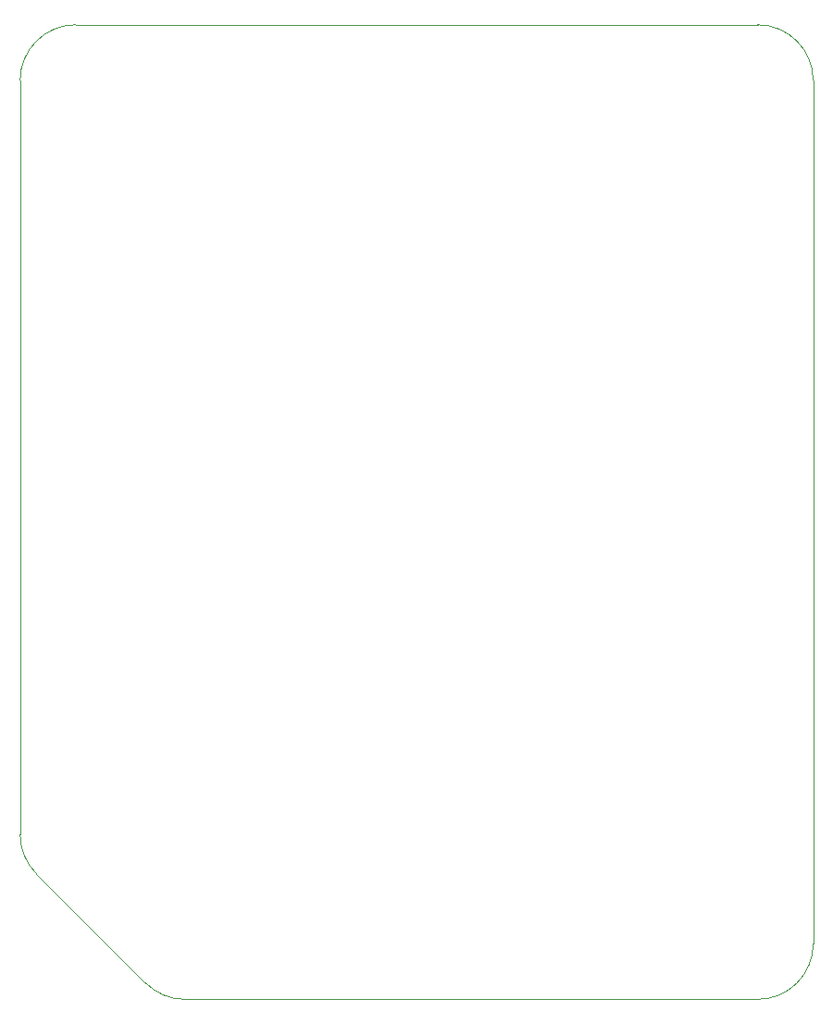
<source format=gbr>
G04 #@! TF.GenerationSoftware,KiCad,Pcbnew,(6.0.7)*
G04 #@! TF.CreationDate,2023-04-27T15:35:51-05:00*
G04 #@! TF.ProjectId,ControlBoardT4_DFminiSound_PowerAmp,436f6e74-726f-46c4-926f-61726454345f,rev?*
G04 #@! TF.SameCoordinates,Original*
G04 #@! TF.FileFunction,Profile,NP*
%FSLAX46Y46*%
G04 Gerber Fmt 4.6, Leading zero omitted, Abs format (unit mm)*
G04 Created by KiCad (PCBNEW (6.0.7)) date 2023-04-27 15:35:51*
%MOMM*%
%LPD*%
G01*
G04 APERTURE LIST*
G04 #@! TA.AperFunction,Profile*
%ADD10C,0.050000*%
G04 #@! TD*
G04 APERTURE END LIST*
D10*
X180754000Y-73914000D02*
G75*
G03*
X175674000Y-68834000I-5080000J0D01*
G01*
X113284000Y-68834000D02*
X175674000Y-68834000D01*
X108204000Y-73914000D02*
X108203500Y-142875000D01*
X180754000Y-152875000D02*
X180754000Y-73914000D01*
X175673500Y-157955000D02*
G75*
G03*
X180754000Y-152875000I500J5080000D01*
G01*
X108203501Y-142875000D02*
G75*
G03*
X109691398Y-146467102I5079999J0D01*
G01*
X113284000Y-68834000D02*
G75*
G03*
X108204000Y-73914000I0J-5080000D01*
G01*
X123283500Y-157955000D02*
X175673500Y-157955000D01*
X119691398Y-156467102D02*
G75*
G03*
X123283500Y-157955000I3592102J3592102D01*
G01*
X109691398Y-146467102D02*
X119691398Y-156467102D01*
M02*

</source>
